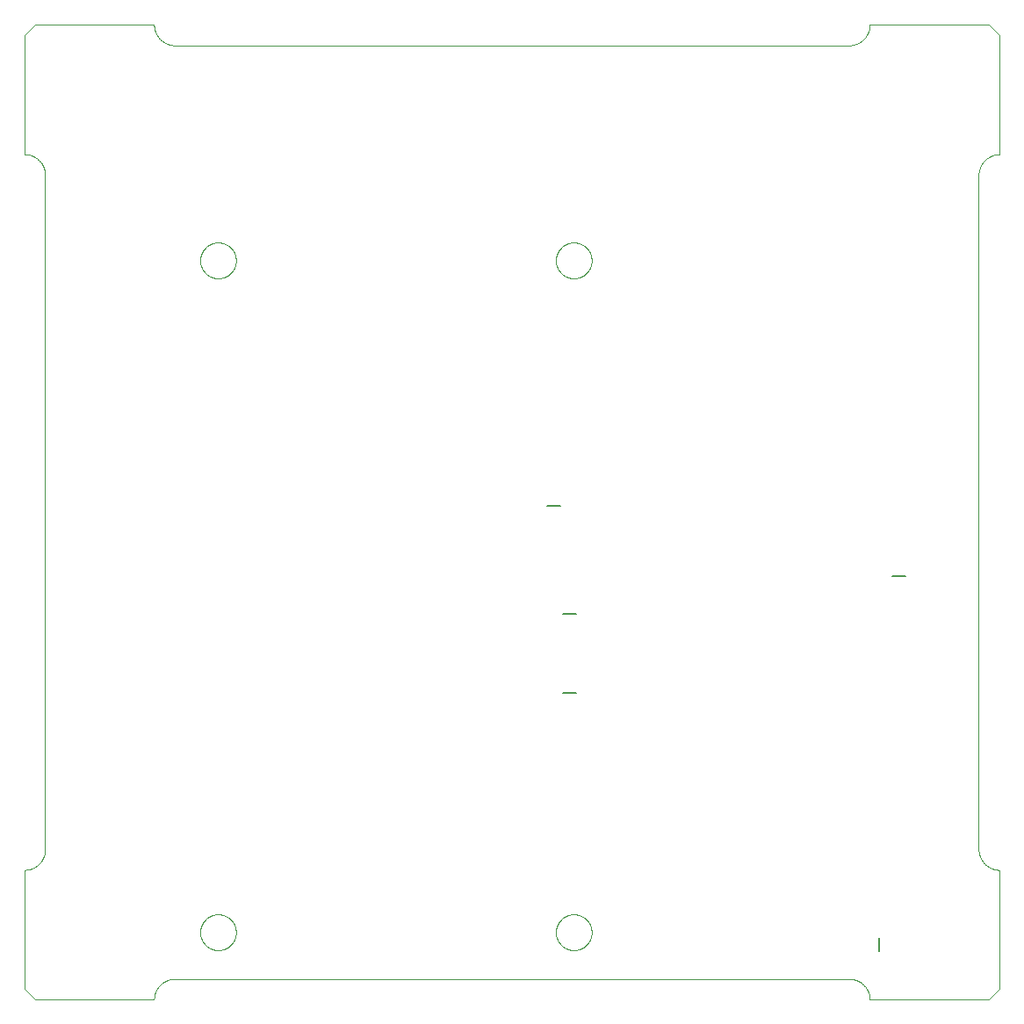
<source format=gbo>
G75*
%MOIN*%
%OFA0B0*%
%FSLAX25Y25*%
%IPPOS*%
%LPD*%
%AMOC8*
5,1,8,0,0,1.08239X$1,22.5*
%
%ADD10C,0.00000*%
%ADD11R,0.00394X0.00394*%
%ADD12R,0.07874X0.00394*%
%ADD13R,0.14173X0.00394*%
%ADD14R,0.18504X0.00394*%
%ADD15R,0.11417X0.00394*%
%ADD16R,0.09449X0.00394*%
%ADD17R,0.16142X0.00394*%
%ADD18R,0.27165X0.00394*%
%ADD19R,0.07480X0.00394*%
%ADD20R,0.14961X0.00394*%
%ADD21R,0.05906X0.00394*%
%ADD22R,0.31102X0.00394*%
%ADD23R,0.13780X0.00394*%
%ADD24R,0.11024X0.00394*%
%ADD25R,0.00787X0.00394*%
%ADD26R,0.08661X0.00394*%
%ADD27R,0.09843X0.00394*%
%ADD28R,0.09055X0.00394*%
%ADD29R,0.08268X0.00394*%
%ADD30R,0.07087X0.00394*%
%ADD31R,0.06693X0.00394*%
%ADD32R,0.06299X0.00394*%
%ADD33R,0.03150X0.00394*%
%ADD34R,0.02756X0.00394*%
%ADD35R,0.05512X0.00394*%
%ADD36R,0.05118X0.00394*%
%ADD37R,0.03937X0.00394*%
%ADD38R,0.02362X0.00394*%
%ADD39R,0.04724X0.00394*%
%ADD40R,0.01181X0.00394*%
%ADD41R,0.04331X0.00394*%
%ADD42R,0.03543X0.00394*%
%ADD43R,0.10630X0.00394*%
%ADD44R,0.12205X0.00394*%
%ADD45R,0.01969X0.00394*%
%ADD46R,0.13386X0.00394*%
%ADD47R,0.12598X0.00394*%
%ADD48R,0.10236X0.00394*%
%ADD49R,0.01575X0.00394*%
%ADD50R,0.15354X0.00394*%
%ADD51R,0.15748X0.00394*%
%ADD52R,0.14567X0.00394*%
%ADD53R,0.17717X0.00394*%
%ADD54R,0.11811X0.00394*%
%ADD55R,0.19685X0.00394*%
%ADD56R,0.17323X0.00394*%
%ADD57R,0.19291X0.00394*%
%ADD58R,0.26378X0.00394*%
%ADD59R,0.30315X0.00394*%
%ADD60R,0.29134X0.00394*%
%ADD61R,0.24803X0.00394*%
%ADD62R,0.21260X0.00394*%
%ADD63C,0.00800*%
D10*
X0087864Y0091801D02*
X0091801Y0087864D01*
X0137077Y0087864D01*
X0137079Y0088054D01*
X0137086Y0088244D01*
X0137098Y0088434D01*
X0137114Y0088624D01*
X0137134Y0088813D01*
X0137160Y0089002D01*
X0137189Y0089190D01*
X0137224Y0089377D01*
X0137263Y0089563D01*
X0137306Y0089748D01*
X0137354Y0089933D01*
X0137406Y0090116D01*
X0137462Y0090297D01*
X0137523Y0090477D01*
X0137589Y0090656D01*
X0137658Y0090833D01*
X0137732Y0091009D01*
X0137810Y0091182D01*
X0137893Y0091354D01*
X0137979Y0091523D01*
X0138069Y0091691D01*
X0138164Y0091856D01*
X0138262Y0092019D01*
X0138365Y0092179D01*
X0138471Y0092337D01*
X0138581Y0092492D01*
X0138694Y0092645D01*
X0138812Y0092795D01*
X0138933Y0092941D01*
X0139057Y0093085D01*
X0139185Y0093226D01*
X0139316Y0093364D01*
X0139451Y0093499D01*
X0139589Y0093630D01*
X0139730Y0093758D01*
X0139874Y0093882D01*
X0140020Y0094003D01*
X0140170Y0094121D01*
X0140323Y0094234D01*
X0140478Y0094344D01*
X0140636Y0094450D01*
X0140796Y0094553D01*
X0140959Y0094651D01*
X0141124Y0094746D01*
X0141292Y0094836D01*
X0141461Y0094922D01*
X0141633Y0095005D01*
X0141806Y0095083D01*
X0141982Y0095157D01*
X0142159Y0095226D01*
X0142338Y0095292D01*
X0142518Y0095353D01*
X0142699Y0095409D01*
X0142882Y0095461D01*
X0143067Y0095509D01*
X0143252Y0095552D01*
X0143438Y0095591D01*
X0143625Y0095626D01*
X0143813Y0095655D01*
X0144002Y0095681D01*
X0144191Y0095701D01*
X0144381Y0095717D01*
X0144571Y0095729D01*
X0144761Y0095736D01*
X0144951Y0095738D01*
X0400856Y0095738D01*
X0401046Y0095736D01*
X0401236Y0095729D01*
X0401426Y0095717D01*
X0401616Y0095701D01*
X0401805Y0095681D01*
X0401994Y0095655D01*
X0402182Y0095626D01*
X0402369Y0095591D01*
X0402555Y0095552D01*
X0402740Y0095509D01*
X0402925Y0095461D01*
X0403108Y0095409D01*
X0403289Y0095353D01*
X0403469Y0095292D01*
X0403648Y0095226D01*
X0403825Y0095157D01*
X0404001Y0095083D01*
X0404174Y0095005D01*
X0404346Y0094922D01*
X0404515Y0094836D01*
X0404683Y0094746D01*
X0404848Y0094651D01*
X0405011Y0094553D01*
X0405171Y0094450D01*
X0405329Y0094344D01*
X0405484Y0094234D01*
X0405637Y0094121D01*
X0405787Y0094003D01*
X0405933Y0093882D01*
X0406077Y0093758D01*
X0406218Y0093630D01*
X0406356Y0093499D01*
X0406491Y0093364D01*
X0406622Y0093226D01*
X0406750Y0093085D01*
X0406874Y0092941D01*
X0406995Y0092795D01*
X0407113Y0092645D01*
X0407226Y0092492D01*
X0407336Y0092337D01*
X0407442Y0092179D01*
X0407545Y0092019D01*
X0407643Y0091856D01*
X0407738Y0091691D01*
X0407828Y0091523D01*
X0407914Y0091354D01*
X0407997Y0091182D01*
X0408075Y0091009D01*
X0408149Y0090833D01*
X0408218Y0090656D01*
X0408284Y0090477D01*
X0408345Y0090297D01*
X0408401Y0090116D01*
X0408453Y0089933D01*
X0408501Y0089748D01*
X0408544Y0089563D01*
X0408583Y0089377D01*
X0408618Y0089190D01*
X0408647Y0089002D01*
X0408673Y0088813D01*
X0408693Y0088624D01*
X0408709Y0088434D01*
X0408721Y0088244D01*
X0408728Y0088054D01*
X0408730Y0087864D01*
X0454006Y0087864D01*
X0457943Y0091801D01*
X0457943Y0137077D01*
X0457753Y0137079D01*
X0457563Y0137086D01*
X0457373Y0137098D01*
X0457183Y0137114D01*
X0456994Y0137134D01*
X0456805Y0137160D01*
X0456617Y0137189D01*
X0456430Y0137224D01*
X0456244Y0137263D01*
X0456059Y0137306D01*
X0455874Y0137354D01*
X0455691Y0137406D01*
X0455510Y0137462D01*
X0455330Y0137523D01*
X0455151Y0137589D01*
X0454974Y0137658D01*
X0454798Y0137732D01*
X0454625Y0137810D01*
X0454453Y0137893D01*
X0454284Y0137979D01*
X0454116Y0138069D01*
X0453951Y0138164D01*
X0453788Y0138262D01*
X0453628Y0138365D01*
X0453470Y0138471D01*
X0453315Y0138581D01*
X0453162Y0138694D01*
X0453012Y0138812D01*
X0452866Y0138933D01*
X0452722Y0139057D01*
X0452581Y0139185D01*
X0452443Y0139316D01*
X0452308Y0139451D01*
X0452177Y0139589D01*
X0452049Y0139730D01*
X0451925Y0139874D01*
X0451804Y0140020D01*
X0451686Y0140170D01*
X0451573Y0140323D01*
X0451463Y0140478D01*
X0451357Y0140636D01*
X0451254Y0140796D01*
X0451156Y0140959D01*
X0451061Y0141124D01*
X0450971Y0141292D01*
X0450885Y0141461D01*
X0450802Y0141633D01*
X0450724Y0141806D01*
X0450650Y0141982D01*
X0450581Y0142159D01*
X0450515Y0142338D01*
X0450454Y0142518D01*
X0450398Y0142699D01*
X0450346Y0142882D01*
X0450298Y0143067D01*
X0450255Y0143252D01*
X0450216Y0143438D01*
X0450181Y0143625D01*
X0450152Y0143813D01*
X0450126Y0144002D01*
X0450106Y0144191D01*
X0450090Y0144381D01*
X0450078Y0144571D01*
X0450071Y0144761D01*
X0450069Y0144951D01*
X0450069Y0400856D01*
X0450071Y0401046D01*
X0450078Y0401236D01*
X0450090Y0401426D01*
X0450106Y0401616D01*
X0450126Y0401805D01*
X0450152Y0401994D01*
X0450181Y0402182D01*
X0450216Y0402369D01*
X0450255Y0402555D01*
X0450298Y0402740D01*
X0450346Y0402925D01*
X0450398Y0403108D01*
X0450454Y0403289D01*
X0450515Y0403469D01*
X0450581Y0403648D01*
X0450650Y0403825D01*
X0450724Y0404001D01*
X0450802Y0404174D01*
X0450885Y0404346D01*
X0450971Y0404515D01*
X0451061Y0404683D01*
X0451156Y0404848D01*
X0451254Y0405011D01*
X0451357Y0405171D01*
X0451463Y0405329D01*
X0451573Y0405484D01*
X0451686Y0405637D01*
X0451804Y0405787D01*
X0451925Y0405933D01*
X0452049Y0406077D01*
X0452177Y0406218D01*
X0452308Y0406356D01*
X0452443Y0406491D01*
X0452581Y0406622D01*
X0452722Y0406750D01*
X0452866Y0406874D01*
X0453012Y0406995D01*
X0453162Y0407113D01*
X0453315Y0407226D01*
X0453470Y0407336D01*
X0453628Y0407442D01*
X0453788Y0407545D01*
X0453951Y0407643D01*
X0454116Y0407738D01*
X0454284Y0407828D01*
X0454453Y0407914D01*
X0454625Y0407997D01*
X0454798Y0408075D01*
X0454974Y0408149D01*
X0455151Y0408218D01*
X0455330Y0408284D01*
X0455510Y0408345D01*
X0455691Y0408401D01*
X0455874Y0408453D01*
X0456059Y0408501D01*
X0456244Y0408544D01*
X0456430Y0408583D01*
X0456617Y0408618D01*
X0456805Y0408647D01*
X0456994Y0408673D01*
X0457183Y0408693D01*
X0457373Y0408709D01*
X0457563Y0408721D01*
X0457753Y0408728D01*
X0457943Y0408730D01*
X0457943Y0454006D01*
X0454006Y0457943D01*
X0408730Y0457943D01*
X0408728Y0457753D01*
X0408721Y0457563D01*
X0408709Y0457373D01*
X0408693Y0457183D01*
X0408673Y0456994D01*
X0408647Y0456805D01*
X0408618Y0456617D01*
X0408583Y0456430D01*
X0408544Y0456244D01*
X0408501Y0456059D01*
X0408453Y0455874D01*
X0408401Y0455691D01*
X0408345Y0455510D01*
X0408284Y0455330D01*
X0408218Y0455151D01*
X0408149Y0454974D01*
X0408075Y0454798D01*
X0407997Y0454625D01*
X0407914Y0454453D01*
X0407828Y0454284D01*
X0407738Y0454116D01*
X0407643Y0453951D01*
X0407545Y0453788D01*
X0407442Y0453628D01*
X0407336Y0453470D01*
X0407226Y0453315D01*
X0407113Y0453162D01*
X0406995Y0453012D01*
X0406874Y0452866D01*
X0406750Y0452722D01*
X0406622Y0452581D01*
X0406491Y0452443D01*
X0406356Y0452308D01*
X0406218Y0452177D01*
X0406077Y0452049D01*
X0405933Y0451925D01*
X0405787Y0451804D01*
X0405637Y0451686D01*
X0405484Y0451573D01*
X0405329Y0451463D01*
X0405171Y0451357D01*
X0405011Y0451254D01*
X0404848Y0451156D01*
X0404683Y0451061D01*
X0404515Y0450971D01*
X0404346Y0450885D01*
X0404174Y0450802D01*
X0404001Y0450724D01*
X0403825Y0450650D01*
X0403648Y0450581D01*
X0403469Y0450515D01*
X0403289Y0450454D01*
X0403108Y0450398D01*
X0402925Y0450346D01*
X0402740Y0450298D01*
X0402555Y0450255D01*
X0402369Y0450216D01*
X0402182Y0450181D01*
X0401994Y0450152D01*
X0401805Y0450126D01*
X0401616Y0450106D01*
X0401426Y0450090D01*
X0401236Y0450078D01*
X0401046Y0450071D01*
X0400856Y0450069D01*
X0144951Y0450069D01*
X0144761Y0450071D01*
X0144571Y0450078D01*
X0144381Y0450090D01*
X0144191Y0450106D01*
X0144002Y0450126D01*
X0143813Y0450152D01*
X0143625Y0450181D01*
X0143438Y0450216D01*
X0143252Y0450255D01*
X0143067Y0450298D01*
X0142882Y0450346D01*
X0142699Y0450398D01*
X0142518Y0450454D01*
X0142338Y0450515D01*
X0142159Y0450581D01*
X0141982Y0450650D01*
X0141806Y0450724D01*
X0141633Y0450802D01*
X0141461Y0450885D01*
X0141292Y0450971D01*
X0141124Y0451061D01*
X0140959Y0451156D01*
X0140796Y0451254D01*
X0140636Y0451357D01*
X0140478Y0451463D01*
X0140323Y0451573D01*
X0140170Y0451686D01*
X0140020Y0451804D01*
X0139874Y0451925D01*
X0139730Y0452049D01*
X0139589Y0452177D01*
X0139451Y0452308D01*
X0139316Y0452443D01*
X0139185Y0452581D01*
X0139057Y0452722D01*
X0138933Y0452866D01*
X0138812Y0453012D01*
X0138694Y0453162D01*
X0138581Y0453315D01*
X0138471Y0453470D01*
X0138365Y0453628D01*
X0138262Y0453788D01*
X0138164Y0453951D01*
X0138069Y0454116D01*
X0137979Y0454284D01*
X0137893Y0454453D01*
X0137810Y0454625D01*
X0137732Y0454798D01*
X0137658Y0454974D01*
X0137589Y0455151D01*
X0137523Y0455330D01*
X0137462Y0455510D01*
X0137406Y0455691D01*
X0137354Y0455874D01*
X0137306Y0456059D01*
X0137263Y0456244D01*
X0137224Y0456430D01*
X0137189Y0456617D01*
X0137160Y0456805D01*
X0137134Y0456994D01*
X0137114Y0457183D01*
X0137098Y0457373D01*
X0137086Y0457563D01*
X0137079Y0457753D01*
X0137077Y0457943D01*
X0091801Y0457943D01*
X0087864Y0454006D01*
X0087864Y0408730D01*
X0088054Y0408728D01*
X0088244Y0408721D01*
X0088434Y0408709D01*
X0088624Y0408693D01*
X0088813Y0408673D01*
X0089002Y0408647D01*
X0089190Y0408618D01*
X0089377Y0408583D01*
X0089563Y0408544D01*
X0089748Y0408501D01*
X0089933Y0408453D01*
X0090116Y0408401D01*
X0090297Y0408345D01*
X0090477Y0408284D01*
X0090656Y0408218D01*
X0090833Y0408149D01*
X0091009Y0408075D01*
X0091182Y0407997D01*
X0091354Y0407914D01*
X0091523Y0407828D01*
X0091691Y0407738D01*
X0091856Y0407643D01*
X0092019Y0407545D01*
X0092179Y0407442D01*
X0092337Y0407336D01*
X0092492Y0407226D01*
X0092645Y0407113D01*
X0092795Y0406995D01*
X0092941Y0406874D01*
X0093085Y0406750D01*
X0093226Y0406622D01*
X0093364Y0406491D01*
X0093499Y0406356D01*
X0093630Y0406218D01*
X0093758Y0406077D01*
X0093882Y0405933D01*
X0094003Y0405787D01*
X0094121Y0405637D01*
X0094234Y0405484D01*
X0094344Y0405329D01*
X0094450Y0405171D01*
X0094553Y0405011D01*
X0094651Y0404848D01*
X0094746Y0404683D01*
X0094836Y0404515D01*
X0094922Y0404346D01*
X0095005Y0404174D01*
X0095083Y0404001D01*
X0095157Y0403825D01*
X0095226Y0403648D01*
X0095292Y0403469D01*
X0095353Y0403289D01*
X0095409Y0403108D01*
X0095461Y0402925D01*
X0095509Y0402740D01*
X0095552Y0402555D01*
X0095591Y0402369D01*
X0095626Y0402182D01*
X0095655Y0401994D01*
X0095681Y0401805D01*
X0095701Y0401616D01*
X0095717Y0401426D01*
X0095729Y0401236D01*
X0095736Y0401046D01*
X0095738Y0400856D01*
X0095738Y0144951D01*
X0095736Y0144761D01*
X0095729Y0144571D01*
X0095717Y0144381D01*
X0095701Y0144191D01*
X0095681Y0144002D01*
X0095655Y0143813D01*
X0095626Y0143625D01*
X0095591Y0143438D01*
X0095552Y0143252D01*
X0095509Y0143067D01*
X0095461Y0142882D01*
X0095409Y0142699D01*
X0095353Y0142518D01*
X0095292Y0142338D01*
X0095226Y0142159D01*
X0095157Y0141982D01*
X0095083Y0141806D01*
X0095005Y0141633D01*
X0094922Y0141461D01*
X0094836Y0141292D01*
X0094746Y0141124D01*
X0094651Y0140959D01*
X0094553Y0140796D01*
X0094450Y0140636D01*
X0094344Y0140478D01*
X0094234Y0140323D01*
X0094121Y0140170D01*
X0094003Y0140020D01*
X0093882Y0139874D01*
X0093758Y0139730D01*
X0093630Y0139589D01*
X0093499Y0139451D01*
X0093364Y0139316D01*
X0093226Y0139185D01*
X0093085Y0139057D01*
X0092941Y0138933D01*
X0092795Y0138812D01*
X0092645Y0138694D01*
X0092492Y0138581D01*
X0092337Y0138471D01*
X0092179Y0138365D01*
X0092019Y0138262D01*
X0091856Y0138164D01*
X0091691Y0138069D01*
X0091523Y0137979D01*
X0091354Y0137893D01*
X0091182Y0137810D01*
X0091009Y0137732D01*
X0090833Y0137658D01*
X0090656Y0137589D01*
X0090477Y0137523D01*
X0090297Y0137462D01*
X0090116Y0137406D01*
X0089933Y0137354D01*
X0089748Y0137306D01*
X0089563Y0137263D01*
X0089377Y0137224D01*
X0089190Y0137189D01*
X0089002Y0137160D01*
X0088813Y0137134D01*
X0088624Y0137114D01*
X0088434Y0137098D01*
X0088244Y0137086D01*
X0088054Y0137079D01*
X0087864Y0137077D01*
X0087864Y0091801D01*
X0154593Y0113423D02*
X0154595Y0113590D01*
X0154601Y0113756D01*
X0154611Y0113923D01*
X0154626Y0114089D01*
X0154644Y0114254D01*
X0154667Y0114419D01*
X0154693Y0114584D01*
X0154723Y0114748D01*
X0154758Y0114911D01*
X0154797Y0115073D01*
X0154839Y0115234D01*
X0154885Y0115394D01*
X0154936Y0115553D01*
X0154990Y0115711D01*
X0155048Y0115867D01*
X0155110Y0116022D01*
X0155176Y0116175D01*
X0155245Y0116327D01*
X0155318Y0116476D01*
X0155395Y0116624D01*
X0155475Y0116770D01*
X0155559Y0116914D01*
X0155647Y0117056D01*
X0155737Y0117196D01*
X0155832Y0117333D01*
X0155929Y0117468D01*
X0156030Y0117601D01*
X0156134Y0117731D01*
X0156242Y0117859D01*
X0156352Y0117984D01*
X0156466Y0118106D01*
X0156582Y0118225D01*
X0156701Y0118341D01*
X0156823Y0118455D01*
X0156948Y0118565D01*
X0157076Y0118673D01*
X0157206Y0118777D01*
X0157339Y0118878D01*
X0157474Y0118975D01*
X0157611Y0119070D01*
X0157751Y0119160D01*
X0157893Y0119248D01*
X0158037Y0119332D01*
X0158183Y0119412D01*
X0158331Y0119489D01*
X0158480Y0119562D01*
X0158632Y0119631D01*
X0158785Y0119697D01*
X0158940Y0119759D01*
X0159096Y0119817D01*
X0159254Y0119871D01*
X0159413Y0119922D01*
X0159573Y0119968D01*
X0159734Y0120010D01*
X0159896Y0120049D01*
X0160059Y0120084D01*
X0160223Y0120114D01*
X0160388Y0120140D01*
X0160553Y0120163D01*
X0160718Y0120181D01*
X0160884Y0120196D01*
X0161051Y0120206D01*
X0161217Y0120212D01*
X0161384Y0120214D01*
X0161551Y0120212D01*
X0161717Y0120206D01*
X0161884Y0120196D01*
X0162050Y0120181D01*
X0162215Y0120163D01*
X0162380Y0120140D01*
X0162545Y0120114D01*
X0162709Y0120084D01*
X0162872Y0120049D01*
X0163034Y0120010D01*
X0163195Y0119968D01*
X0163355Y0119922D01*
X0163514Y0119871D01*
X0163672Y0119817D01*
X0163828Y0119759D01*
X0163983Y0119697D01*
X0164136Y0119631D01*
X0164288Y0119562D01*
X0164437Y0119489D01*
X0164585Y0119412D01*
X0164731Y0119332D01*
X0164875Y0119248D01*
X0165017Y0119160D01*
X0165157Y0119070D01*
X0165294Y0118975D01*
X0165429Y0118878D01*
X0165562Y0118777D01*
X0165692Y0118673D01*
X0165820Y0118565D01*
X0165945Y0118455D01*
X0166067Y0118341D01*
X0166186Y0118225D01*
X0166302Y0118106D01*
X0166416Y0117984D01*
X0166526Y0117859D01*
X0166634Y0117731D01*
X0166738Y0117601D01*
X0166839Y0117468D01*
X0166936Y0117333D01*
X0167031Y0117196D01*
X0167121Y0117056D01*
X0167209Y0116914D01*
X0167293Y0116770D01*
X0167373Y0116624D01*
X0167450Y0116476D01*
X0167523Y0116327D01*
X0167592Y0116175D01*
X0167658Y0116022D01*
X0167720Y0115867D01*
X0167778Y0115711D01*
X0167832Y0115553D01*
X0167883Y0115394D01*
X0167929Y0115234D01*
X0167971Y0115073D01*
X0168010Y0114911D01*
X0168045Y0114748D01*
X0168075Y0114584D01*
X0168101Y0114419D01*
X0168124Y0114254D01*
X0168142Y0114089D01*
X0168157Y0113923D01*
X0168167Y0113756D01*
X0168173Y0113590D01*
X0168175Y0113423D01*
X0168173Y0113256D01*
X0168167Y0113090D01*
X0168157Y0112923D01*
X0168142Y0112757D01*
X0168124Y0112592D01*
X0168101Y0112427D01*
X0168075Y0112262D01*
X0168045Y0112098D01*
X0168010Y0111935D01*
X0167971Y0111773D01*
X0167929Y0111612D01*
X0167883Y0111452D01*
X0167832Y0111293D01*
X0167778Y0111135D01*
X0167720Y0110979D01*
X0167658Y0110824D01*
X0167592Y0110671D01*
X0167523Y0110519D01*
X0167450Y0110370D01*
X0167373Y0110222D01*
X0167293Y0110076D01*
X0167209Y0109932D01*
X0167121Y0109790D01*
X0167031Y0109650D01*
X0166936Y0109513D01*
X0166839Y0109378D01*
X0166738Y0109245D01*
X0166634Y0109115D01*
X0166526Y0108987D01*
X0166416Y0108862D01*
X0166302Y0108740D01*
X0166186Y0108621D01*
X0166067Y0108505D01*
X0165945Y0108391D01*
X0165820Y0108281D01*
X0165692Y0108173D01*
X0165562Y0108069D01*
X0165429Y0107968D01*
X0165294Y0107871D01*
X0165157Y0107776D01*
X0165017Y0107686D01*
X0164875Y0107598D01*
X0164731Y0107514D01*
X0164585Y0107434D01*
X0164437Y0107357D01*
X0164288Y0107284D01*
X0164136Y0107215D01*
X0163983Y0107149D01*
X0163828Y0107087D01*
X0163672Y0107029D01*
X0163514Y0106975D01*
X0163355Y0106924D01*
X0163195Y0106878D01*
X0163034Y0106836D01*
X0162872Y0106797D01*
X0162709Y0106762D01*
X0162545Y0106732D01*
X0162380Y0106706D01*
X0162215Y0106683D01*
X0162050Y0106665D01*
X0161884Y0106650D01*
X0161717Y0106640D01*
X0161551Y0106634D01*
X0161384Y0106632D01*
X0161217Y0106634D01*
X0161051Y0106640D01*
X0160884Y0106650D01*
X0160718Y0106665D01*
X0160553Y0106683D01*
X0160388Y0106706D01*
X0160223Y0106732D01*
X0160059Y0106762D01*
X0159896Y0106797D01*
X0159734Y0106836D01*
X0159573Y0106878D01*
X0159413Y0106924D01*
X0159254Y0106975D01*
X0159096Y0107029D01*
X0158940Y0107087D01*
X0158785Y0107149D01*
X0158632Y0107215D01*
X0158480Y0107284D01*
X0158331Y0107357D01*
X0158183Y0107434D01*
X0158037Y0107514D01*
X0157893Y0107598D01*
X0157751Y0107686D01*
X0157611Y0107776D01*
X0157474Y0107871D01*
X0157339Y0107968D01*
X0157206Y0108069D01*
X0157076Y0108173D01*
X0156948Y0108281D01*
X0156823Y0108391D01*
X0156701Y0108505D01*
X0156582Y0108621D01*
X0156466Y0108740D01*
X0156352Y0108862D01*
X0156242Y0108987D01*
X0156134Y0109115D01*
X0156030Y0109245D01*
X0155929Y0109378D01*
X0155832Y0109513D01*
X0155737Y0109650D01*
X0155647Y0109790D01*
X0155559Y0109932D01*
X0155475Y0110076D01*
X0155395Y0110222D01*
X0155318Y0110370D01*
X0155245Y0110519D01*
X0155176Y0110671D01*
X0155110Y0110824D01*
X0155048Y0110979D01*
X0154990Y0111135D01*
X0154936Y0111293D01*
X0154885Y0111452D01*
X0154839Y0111612D01*
X0154797Y0111773D01*
X0154758Y0111935D01*
X0154723Y0112098D01*
X0154693Y0112262D01*
X0154667Y0112427D01*
X0154644Y0112592D01*
X0154626Y0112757D01*
X0154611Y0112923D01*
X0154601Y0113090D01*
X0154595Y0113256D01*
X0154593Y0113423D01*
X0289593Y0113423D02*
X0289595Y0113590D01*
X0289601Y0113756D01*
X0289611Y0113923D01*
X0289626Y0114089D01*
X0289644Y0114254D01*
X0289667Y0114419D01*
X0289693Y0114584D01*
X0289723Y0114748D01*
X0289758Y0114911D01*
X0289797Y0115073D01*
X0289839Y0115234D01*
X0289885Y0115394D01*
X0289936Y0115553D01*
X0289990Y0115711D01*
X0290048Y0115867D01*
X0290110Y0116022D01*
X0290176Y0116175D01*
X0290245Y0116327D01*
X0290318Y0116476D01*
X0290395Y0116624D01*
X0290475Y0116770D01*
X0290559Y0116914D01*
X0290647Y0117056D01*
X0290737Y0117196D01*
X0290832Y0117333D01*
X0290929Y0117468D01*
X0291030Y0117601D01*
X0291134Y0117731D01*
X0291242Y0117859D01*
X0291352Y0117984D01*
X0291466Y0118106D01*
X0291582Y0118225D01*
X0291701Y0118341D01*
X0291823Y0118455D01*
X0291948Y0118565D01*
X0292076Y0118673D01*
X0292206Y0118777D01*
X0292339Y0118878D01*
X0292474Y0118975D01*
X0292611Y0119070D01*
X0292751Y0119160D01*
X0292893Y0119248D01*
X0293037Y0119332D01*
X0293183Y0119412D01*
X0293331Y0119489D01*
X0293480Y0119562D01*
X0293632Y0119631D01*
X0293785Y0119697D01*
X0293940Y0119759D01*
X0294096Y0119817D01*
X0294254Y0119871D01*
X0294413Y0119922D01*
X0294573Y0119968D01*
X0294734Y0120010D01*
X0294896Y0120049D01*
X0295059Y0120084D01*
X0295223Y0120114D01*
X0295388Y0120140D01*
X0295553Y0120163D01*
X0295718Y0120181D01*
X0295884Y0120196D01*
X0296051Y0120206D01*
X0296217Y0120212D01*
X0296384Y0120214D01*
X0296551Y0120212D01*
X0296717Y0120206D01*
X0296884Y0120196D01*
X0297050Y0120181D01*
X0297215Y0120163D01*
X0297380Y0120140D01*
X0297545Y0120114D01*
X0297709Y0120084D01*
X0297872Y0120049D01*
X0298034Y0120010D01*
X0298195Y0119968D01*
X0298355Y0119922D01*
X0298514Y0119871D01*
X0298672Y0119817D01*
X0298828Y0119759D01*
X0298983Y0119697D01*
X0299136Y0119631D01*
X0299288Y0119562D01*
X0299437Y0119489D01*
X0299585Y0119412D01*
X0299731Y0119332D01*
X0299875Y0119248D01*
X0300017Y0119160D01*
X0300157Y0119070D01*
X0300294Y0118975D01*
X0300429Y0118878D01*
X0300562Y0118777D01*
X0300692Y0118673D01*
X0300820Y0118565D01*
X0300945Y0118455D01*
X0301067Y0118341D01*
X0301186Y0118225D01*
X0301302Y0118106D01*
X0301416Y0117984D01*
X0301526Y0117859D01*
X0301634Y0117731D01*
X0301738Y0117601D01*
X0301839Y0117468D01*
X0301936Y0117333D01*
X0302031Y0117196D01*
X0302121Y0117056D01*
X0302209Y0116914D01*
X0302293Y0116770D01*
X0302373Y0116624D01*
X0302450Y0116476D01*
X0302523Y0116327D01*
X0302592Y0116175D01*
X0302658Y0116022D01*
X0302720Y0115867D01*
X0302778Y0115711D01*
X0302832Y0115553D01*
X0302883Y0115394D01*
X0302929Y0115234D01*
X0302971Y0115073D01*
X0303010Y0114911D01*
X0303045Y0114748D01*
X0303075Y0114584D01*
X0303101Y0114419D01*
X0303124Y0114254D01*
X0303142Y0114089D01*
X0303157Y0113923D01*
X0303167Y0113756D01*
X0303173Y0113590D01*
X0303175Y0113423D01*
X0303173Y0113256D01*
X0303167Y0113090D01*
X0303157Y0112923D01*
X0303142Y0112757D01*
X0303124Y0112592D01*
X0303101Y0112427D01*
X0303075Y0112262D01*
X0303045Y0112098D01*
X0303010Y0111935D01*
X0302971Y0111773D01*
X0302929Y0111612D01*
X0302883Y0111452D01*
X0302832Y0111293D01*
X0302778Y0111135D01*
X0302720Y0110979D01*
X0302658Y0110824D01*
X0302592Y0110671D01*
X0302523Y0110519D01*
X0302450Y0110370D01*
X0302373Y0110222D01*
X0302293Y0110076D01*
X0302209Y0109932D01*
X0302121Y0109790D01*
X0302031Y0109650D01*
X0301936Y0109513D01*
X0301839Y0109378D01*
X0301738Y0109245D01*
X0301634Y0109115D01*
X0301526Y0108987D01*
X0301416Y0108862D01*
X0301302Y0108740D01*
X0301186Y0108621D01*
X0301067Y0108505D01*
X0300945Y0108391D01*
X0300820Y0108281D01*
X0300692Y0108173D01*
X0300562Y0108069D01*
X0300429Y0107968D01*
X0300294Y0107871D01*
X0300157Y0107776D01*
X0300017Y0107686D01*
X0299875Y0107598D01*
X0299731Y0107514D01*
X0299585Y0107434D01*
X0299437Y0107357D01*
X0299288Y0107284D01*
X0299136Y0107215D01*
X0298983Y0107149D01*
X0298828Y0107087D01*
X0298672Y0107029D01*
X0298514Y0106975D01*
X0298355Y0106924D01*
X0298195Y0106878D01*
X0298034Y0106836D01*
X0297872Y0106797D01*
X0297709Y0106762D01*
X0297545Y0106732D01*
X0297380Y0106706D01*
X0297215Y0106683D01*
X0297050Y0106665D01*
X0296884Y0106650D01*
X0296717Y0106640D01*
X0296551Y0106634D01*
X0296384Y0106632D01*
X0296217Y0106634D01*
X0296051Y0106640D01*
X0295884Y0106650D01*
X0295718Y0106665D01*
X0295553Y0106683D01*
X0295388Y0106706D01*
X0295223Y0106732D01*
X0295059Y0106762D01*
X0294896Y0106797D01*
X0294734Y0106836D01*
X0294573Y0106878D01*
X0294413Y0106924D01*
X0294254Y0106975D01*
X0294096Y0107029D01*
X0293940Y0107087D01*
X0293785Y0107149D01*
X0293632Y0107215D01*
X0293480Y0107284D01*
X0293331Y0107357D01*
X0293183Y0107434D01*
X0293037Y0107514D01*
X0292893Y0107598D01*
X0292751Y0107686D01*
X0292611Y0107776D01*
X0292474Y0107871D01*
X0292339Y0107968D01*
X0292206Y0108069D01*
X0292076Y0108173D01*
X0291948Y0108281D01*
X0291823Y0108391D01*
X0291701Y0108505D01*
X0291582Y0108621D01*
X0291466Y0108740D01*
X0291352Y0108862D01*
X0291242Y0108987D01*
X0291134Y0109115D01*
X0291030Y0109245D01*
X0290929Y0109378D01*
X0290832Y0109513D01*
X0290737Y0109650D01*
X0290647Y0109790D01*
X0290559Y0109932D01*
X0290475Y0110076D01*
X0290395Y0110222D01*
X0290318Y0110370D01*
X0290245Y0110519D01*
X0290176Y0110671D01*
X0290110Y0110824D01*
X0290048Y0110979D01*
X0289990Y0111135D01*
X0289936Y0111293D01*
X0289885Y0111452D01*
X0289839Y0111612D01*
X0289797Y0111773D01*
X0289758Y0111935D01*
X0289723Y0112098D01*
X0289693Y0112262D01*
X0289667Y0112427D01*
X0289644Y0112592D01*
X0289626Y0112757D01*
X0289611Y0112923D01*
X0289601Y0113090D01*
X0289595Y0113256D01*
X0289593Y0113423D01*
X0289593Y0368423D02*
X0289595Y0368590D01*
X0289601Y0368756D01*
X0289611Y0368923D01*
X0289626Y0369089D01*
X0289644Y0369254D01*
X0289667Y0369419D01*
X0289693Y0369584D01*
X0289723Y0369748D01*
X0289758Y0369911D01*
X0289797Y0370073D01*
X0289839Y0370234D01*
X0289885Y0370394D01*
X0289936Y0370553D01*
X0289990Y0370711D01*
X0290048Y0370867D01*
X0290110Y0371022D01*
X0290176Y0371175D01*
X0290245Y0371327D01*
X0290318Y0371476D01*
X0290395Y0371624D01*
X0290475Y0371770D01*
X0290559Y0371914D01*
X0290647Y0372056D01*
X0290737Y0372196D01*
X0290832Y0372333D01*
X0290929Y0372468D01*
X0291030Y0372601D01*
X0291134Y0372731D01*
X0291242Y0372859D01*
X0291352Y0372984D01*
X0291466Y0373106D01*
X0291582Y0373225D01*
X0291701Y0373341D01*
X0291823Y0373455D01*
X0291948Y0373565D01*
X0292076Y0373673D01*
X0292206Y0373777D01*
X0292339Y0373878D01*
X0292474Y0373975D01*
X0292611Y0374070D01*
X0292751Y0374160D01*
X0292893Y0374248D01*
X0293037Y0374332D01*
X0293183Y0374412D01*
X0293331Y0374489D01*
X0293480Y0374562D01*
X0293632Y0374631D01*
X0293785Y0374697D01*
X0293940Y0374759D01*
X0294096Y0374817D01*
X0294254Y0374871D01*
X0294413Y0374922D01*
X0294573Y0374968D01*
X0294734Y0375010D01*
X0294896Y0375049D01*
X0295059Y0375084D01*
X0295223Y0375114D01*
X0295388Y0375140D01*
X0295553Y0375163D01*
X0295718Y0375181D01*
X0295884Y0375196D01*
X0296051Y0375206D01*
X0296217Y0375212D01*
X0296384Y0375214D01*
X0296551Y0375212D01*
X0296717Y0375206D01*
X0296884Y0375196D01*
X0297050Y0375181D01*
X0297215Y0375163D01*
X0297380Y0375140D01*
X0297545Y0375114D01*
X0297709Y0375084D01*
X0297872Y0375049D01*
X0298034Y0375010D01*
X0298195Y0374968D01*
X0298355Y0374922D01*
X0298514Y0374871D01*
X0298672Y0374817D01*
X0298828Y0374759D01*
X0298983Y0374697D01*
X0299136Y0374631D01*
X0299288Y0374562D01*
X0299437Y0374489D01*
X0299585Y0374412D01*
X0299731Y0374332D01*
X0299875Y0374248D01*
X0300017Y0374160D01*
X0300157Y0374070D01*
X0300294Y0373975D01*
X0300429Y0373878D01*
X0300562Y0373777D01*
X0300692Y0373673D01*
X0300820Y0373565D01*
X0300945Y0373455D01*
X0301067Y0373341D01*
X0301186Y0373225D01*
X0301302Y0373106D01*
X0301416Y0372984D01*
X0301526Y0372859D01*
X0301634Y0372731D01*
X0301738Y0372601D01*
X0301839Y0372468D01*
X0301936Y0372333D01*
X0302031Y0372196D01*
X0302121Y0372056D01*
X0302209Y0371914D01*
X0302293Y0371770D01*
X0302373Y0371624D01*
X0302450Y0371476D01*
X0302523Y0371327D01*
X0302592Y0371175D01*
X0302658Y0371022D01*
X0302720Y0370867D01*
X0302778Y0370711D01*
X0302832Y0370553D01*
X0302883Y0370394D01*
X0302929Y0370234D01*
X0302971Y0370073D01*
X0303010Y0369911D01*
X0303045Y0369748D01*
X0303075Y0369584D01*
X0303101Y0369419D01*
X0303124Y0369254D01*
X0303142Y0369089D01*
X0303157Y0368923D01*
X0303167Y0368756D01*
X0303173Y0368590D01*
X0303175Y0368423D01*
X0303173Y0368256D01*
X0303167Y0368090D01*
X0303157Y0367923D01*
X0303142Y0367757D01*
X0303124Y0367592D01*
X0303101Y0367427D01*
X0303075Y0367262D01*
X0303045Y0367098D01*
X0303010Y0366935D01*
X0302971Y0366773D01*
X0302929Y0366612D01*
X0302883Y0366452D01*
X0302832Y0366293D01*
X0302778Y0366135D01*
X0302720Y0365979D01*
X0302658Y0365824D01*
X0302592Y0365671D01*
X0302523Y0365519D01*
X0302450Y0365370D01*
X0302373Y0365222D01*
X0302293Y0365076D01*
X0302209Y0364932D01*
X0302121Y0364790D01*
X0302031Y0364650D01*
X0301936Y0364513D01*
X0301839Y0364378D01*
X0301738Y0364245D01*
X0301634Y0364115D01*
X0301526Y0363987D01*
X0301416Y0363862D01*
X0301302Y0363740D01*
X0301186Y0363621D01*
X0301067Y0363505D01*
X0300945Y0363391D01*
X0300820Y0363281D01*
X0300692Y0363173D01*
X0300562Y0363069D01*
X0300429Y0362968D01*
X0300294Y0362871D01*
X0300157Y0362776D01*
X0300017Y0362686D01*
X0299875Y0362598D01*
X0299731Y0362514D01*
X0299585Y0362434D01*
X0299437Y0362357D01*
X0299288Y0362284D01*
X0299136Y0362215D01*
X0298983Y0362149D01*
X0298828Y0362087D01*
X0298672Y0362029D01*
X0298514Y0361975D01*
X0298355Y0361924D01*
X0298195Y0361878D01*
X0298034Y0361836D01*
X0297872Y0361797D01*
X0297709Y0361762D01*
X0297545Y0361732D01*
X0297380Y0361706D01*
X0297215Y0361683D01*
X0297050Y0361665D01*
X0296884Y0361650D01*
X0296717Y0361640D01*
X0296551Y0361634D01*
X0296384Y0361632D01*
X0296217Y0361634D01*
X0296051Y0361640D01*
X0295884Y0361650D01*
X0295718Y0361665D01*
X0295553Y0361683D01*
X0295388Y0361706D01*
X0295223Y0361732D01*
X0295059Y0361762D01*
X0294896Y0361797D01*
X0294734Y0361836D01*
X0294573Y0361878D01*
X0294413Y0361924D01*
X0294254Y0361975D01*
X0294096Y0362029D01*
X0293940Y0362087D01*
X0293785Y0362149D01*
X0293632Y0362215D01*
X0293480Y0362284D01*
X0293331Y0362357D01*
X0293183Y0362434D01*
X0293037Y0362514D01*
X0292893Y0362598D01*
X0292751Y0362686D01*
X0292611Y0362776D01*
X0292474Y0362871D01*
X0292339Y0362968D01*
X0292206Y0363069D01*
X0292076Y0363173D01*
X0291948Y0363281D01*
X0291823Y0363391D01*
X0291701Y0363505D01*
X0291582Y0363621D01*
X0291466Y0363740D01*
X0291352Y0363862D01*
X0291242Y0363987D01*
X0291134Y0364115D01*
X0291030Y0364245D01*
X0290929Y0364378D01*
X0290832Y0364513D01*
X0290737Y0364650D01*
X0290647Y0364790D01*
X0290559Y0364932D01*
X0290475Y0365076D01*
X0290395Y0365222D01*
X0290318Y0365370D01*
X0290245Y0365519D01*
X0290176Y0365671D01*
X0290110Y0365824D01*
X0290048Y0365979D01*
X0289990Y0366135D01*
X0289936Y0366293D01*
X0289885Y0366452D01*
X0289839Y0366612D01*
X0289797Y0366773D01*
X0289758Y0366935D01*
X0289723Y0367098D01*
X0289693Y0367262D01*
X0289667Y0367427D01*
X0289644Y0367592D01*
X0289626Y0367757D01*
X0289611Y0367923D01*
X0289601Y0368090D01*
X0289595Y0368256D01*
X0289593Y0368423D01*
X0154593Y0368423D02*
X0154595Y0368590D01*
X0154601Y0368756D01*
X0154611Y0368923D01*
X0154626Y0369089D01*
X0154644Y0369254D01*
X0154667Y0369419D01*
X0154693Y0369584D01*
X0154723Y0369748D01*
X0154758Y0369911D01*
X0154797Y0370073D01*
X0154839Y0370234D01*
X0154885Y0370394D01*
X0154936Y0370553D01*
X0154990Y0370711D01*
X0155048Y0370867D01*
X0155110Y0371022D01*
X0155176Y0371175D01*
X0155245Y0371327D01*
X0155318Y0371476D01*
X0155395Y0371624D01*
X0155475Y0371770D01*
X0155559Y0371914D01*
X0155647Y0372056D01*
X0155737Y0372196D01*
X0155832Y0372333D01*
X0155929Y0372468D01*
X0156030Y0372601D01*
X0156134Y0372731D01*
X0156242Y0372859D01*
X0156352Y0372984D01*
X0156466Y0373106D01*
X0156582Y0373225D01*
X0156701Y0373341D01*
X0156823Y0373455D01*
X0156948Y0373565D01*
X0157076Y0373673D01*
X0157206Y0373777D01*
X0157339Y0373878D01*
X0157474Y0373975D01*
X0157611Y0374070D01*
X0157751Y0374160D01*
X0157893Y0374248D01*
X0158037Y0374332D01*
X0158183Y0374412D01*
X0158331Y0374489D01*
X0158480Y0374562D01*
X0158632Y0374631D01*
X0158785Y0374697D01*
X0158940Y0374759D01*
X0159096Y0374817D01*
X0159254Y0374871D01*
X0159413Y0374922D01*
X0159573Y0374968D01*
X0159734Y0375010D01*
X0159896Y0375049D01*
X0160059Y0375084D01*
X0160223Y0375114D01*
X0160388Y0375140D01*
X0160553Y0375163D01*
X0160718Y0375181D01*
X0160884Y0375196D01*
X0161051Y0375206D01*
X0161217Y0375212D01*
X0161384Y0375214D01*
X0161551Y0375212D01*
X0161717Y0375206D01*
X0161884Y0375196D01*
X0162050Y0375181D01*
X0162215Y0375163D01*
X0162380Y0375140D01*
X0162545Y0375114D01*
X0162709Y0375084D01*
X0162872Y0375049D01*
X0163034Y0375010D01*
X0163195Y0374968D01*
X0163355Y0374922D01*
X0163514Y0374871D01*
X0163672Y0374817D01*
X0163828Y0374759D01*
X0163983Y0374697D01*
X0164136Y0374631D01*
X0164288Y0374562D01*
X0164437Y0374489D01*
X0164585Y0374412D01*
X0164731Y0374332D01*
X0164875Y0374248D01*
X0165017Y0374160D01*
X0165157Y0374070D01*
X0165294Y0373975D01*
X0165429Y0373878D01*
X0165562Y0373777D01*
X0165692Y0373673D01*
X0165820Y0373565D01*
X0165945Y0373455D01*
X0166067Y0373341D01*
X0166186Y0373225D01*
X0166302Y0373106D01*
X0166416Y0372984D01*
X0166526Y0372859D01*
X0166634Y0372731D01*
X0166738Y0372601D01*
X0166839Y0372468D01*
X0166936Y0372333D01*
X0167031Y0372196D01*
X0167121Y0372056D01*
X0167209Y0371914D01*
X0167293Y0371770D01*
X0167373Y0371624D01*
X0167450Y0371476D01*
X0167523Y0371327D01*
X0167592Y0371175D01*
X0167658Y0371022D01*
X0167720Y0370867D01*
X0167778Y0370711D01*
X0167832Y0370553D01*
X0167883Y0370394D01*
X0167929Y0370234D01*
X0167971Y0370073D01*
X0168010Y0369911D01*
X0168045Y0369748D01*
X0168075Y0369584D01*
X0168101Y0369419D01*
X0168124Y0369254D01*
X0168142Y0369089D01*
X0168157Y0368923D01*
X0168167Y0368756D01*
X0168173Y0368590D01*
X0168175Y0368423D01*
X0168173Y0368256D01*
X0168167Y0368090D01*
X0168157Y0367923D01*
X0168142Y0367757D01*
X0168124Y0367592D01*
X0168101Y0367427D01*
X0168075Y0367262D01*
X0168045Y0367098D01*
X0168010Y0366935D01*
X0167971Y0366773D01*
X0167929Y0366612D01*
X0167883Y0366452D01*
X0167832Y0366293D01*
X0167778Y0366135D01*
X0167720Y0365979D01*
X0167658Y0365824D01*
X0167592Y0365671D01*
X0167523Y0365519D01*
X0167450Y0365370D01*
X0167373Y0365222D01*
X0167293Y0365076D01*
X0167209Y0364932D01*
X0167121Y0364790D01*
X0167031Y0364650D01*
X0166936Y0364513D01*
X0166839Y0364378D01*
X0166738Y0364245D01*
X0166634Y0364115D01*
X0166526Y0363987D01*
X0166416Y0363862D01*
X0166302Y0363740D01*
X0166186Y0363621D01*
X0166067Y0363505D01*
X0165945Y0363391D01*
X0165820Y0363281D01*
X0165692Y0363173D01*
X0165562Y0363069D01*
X0165429Y0362968D01*
X0165294Y0362871D01*
X0165157Y0362776D01*
X0165017Y0362686D01*
X0164875Y0362598D01*
X0164731Y0362514D01*
X0164585Y0362434D01*
X0164437Y0362357D01*
X0164288Y0362284D01*
X0164136Y0362215D01*
X0163983Y0362149D01*
X0163828Y0362087D01*
X0163672Y0362029D01*
X0163514Y0361975D01*
X0163355Y0361924D01*
X0163195Y0361878D01*
X0163034Y0361836D01*
X0162872Y0361797D01*
X0162709Y0361762D01*
X0162545Y0361732D01*
X0162380Y0361706D01*
X0162215Y0361683D01*
X0162050Y0361665D01*
X0161884Y0361650D01*
X0161717Y0361640D01*
X0161551Y0361634D01*
X0161384Y0361632D01*
X0161217Y0361634D01*
X0161051Y0361640D01*
X0160884Y0361650D01*
X0160718Y0361665D01*
X0160553Y0361683D01*
X0160388Y0361706D01*
X0160223Y0361732D01*
X0160059Y0361762D01*
X0159896Y0361797D01*
X0159734Y0361836D01*
X0159573Y0361878D01*
X0159413Y0361924D01*
X0159254Y0361975D01*
X0159096Y0362029D01*
X0158940Y0362087D01*
X0158785Y0362149D01*
X0158632Y0362215D01*
X0158480Y0362284D01*
X0158331Y0362357D01*
X0158183Y0362434D01*
X0158037Y0362514D01*
X0157893Y0362598D01*
X0157751Y0362686D01*
X0157611Y0362776D01*
X0157474Y0362871D01*
X0157339Y0362968D01*
X0157206Y0363069D01*
X0157076Y0363173D01*
X0156948Y0363281D01*
X0156823Y0363391D01*
X0156701Y0363505D01*
X0156582Y0363621D01*
X0156466Y0363740D01*
X0156352Y0363862D01*
X0156242Y0363987D01*
X0156134Y0364115D01*
X0156030Y0364245D01*
X0155929Y0364378D01*
X0155832Y0364513D01*
X0155737Y0364650D01*
X0155647Y0364790D01*
X0155559Y0364932D01*
X0155475Y0365076D01*
X0155395Y0365222D01*
X0155318Y0365370D01*
X0155245Y0365519D01*
X0155176Y0365671D01*
X0155110Y0365824D01*
X0155048Y0365979D01*
X0154990Y0366135D01*
X0154936Y0366293D01*
X0154885Y0366452D01*
X0154839Y0366612D01*
X0154797Y0366773D01*
X0154758Y0366935D01*
X0154723Y0367098D01*
X0154693Y0367262D01*
X0154667Y0367427D01*
X0154644Y0367592D01*
X0154626Y0367757D01*
X0154611Y0367923D01*
X0154601Y0368090D01*
X0154595Y0368256D01*
X0154593Y0368423D01*
D11*
X0160093Y0214368D03*
X0165998Y0211612D03*
X0167179Y0211612D03*
X0173872Y0211612D03*
X0184502Y0213187D03*
X0190407Y0206100D03*
X0193163Y0181297D03*
X0187652Y0171455D03*
X0197100Y0167518D03*
X0215998Y0167518D03*
X0216392Y0164368D03*
X0221904Y0167124D03*
X0221904Y0170667D03*
X0221904Y0178148D03*
X0215998Y0181297D03*
X0178596Y0178541D03*
X0177022Y0178541D03*
X0173872Y0174211D03*
X0174659Y0169486D03*
X0175841Y0163581D03*
X0165604Y0165943D03*
X0165604Y0172242D03*
X0171510Y0180510D03*
X0172691Y0181691D03*
X0153793Y0180510D03*
X0147888Y0182872D03*
X0147100Y0178541D03*
X0146707Y0166730D03*
X0150250Y0163974D03*
X0130959Y0164368D03*
X0128596Y0180510D03*
X0123872Y0182085D03*
X0117179Y0185628D03*
X0117179Y0186022D03*
X0117179Y0186415D03*
X0116785Y0187203D03*
X0116785Y0187596D03*
X0114817Y0184053D03*
X0111667Y0182085D03*
X0110093Y0184447D03*
X0109699Y0185628D03*
X0109699Y0186022D03*
X0109699Y0186415D03*
X0110093Y0187203D03*
X0110093Y0187596D03*
X0111274Y0189565D03*
X0133715Y0193896D03*
X0145919Y0208069D03*
X0154581Y0208463D03*
X0199856Y0143108D03*
X0176628Y0134841D03*
X0174659Y0130904D03*
X0168360Y0134053D03*
X0163636Y0130904D03*
X0160093Y0135628D03*
X0155368Y0137203D03*
D12*
X0153596Y0136022D03*
X0161864Y0132478D03*
X0170132Y0130904D03*
X0186667Y0136022D03*
X0182337Y0178935D03*
X0197691Y0181297D03*
X0209896Y0181297D03*
X0186667Y0210037D03*
X0184305Y0211219D03*
X0170132Y0215156D03*
X0153596Y0210037D03*
X0127219Y0174211D03*
X0144935Y0165156D03*
D13*
X0146904Y0165943D03*
X0178006Y0180116D03*
X0160683Y0212006D03*
X0160683Y0134053D03*
X0170132Y0131297D03*
D14*
X0170329Y0131691D03*
D15*
X0175053Y0132085D03*
X0158518Y0134447D03*
X0144738Y0167124D03*
X0147100Y0180904D03*
X0158518Y0211612D03*
X0197888Y0179722D03*
D16*
X0178006Y0164368D03*
X0184305Y0135234D03*
X0164226Y0132085D03*
X0155959Y0210825D03*
D17*
X0174266Y0132478D03*
D18*
X0169935Y0132872D03*
D19*
X0180959Y0133266D03*
X0187652Y0136415D03*
X0188439Y0136809D03*
X0206549Y0177360D03*
X0187652Y0209644D03*
X0152612Y0209644D03*
X0151037Y0208856D03*
X0151431Y0178541D03*
X0151825Y0168305D03*
X0151037Y0166730D03*
X0141982Y0168305D03*
X0127022Y0173817D03*
D20*
X0147297Y0179329D03*
X0178006Y0179722D03*
X0169344Y0133266D03*
D21*
X0158518Y0133266D03*
X0149069Y0138384D03*
X0147888Y0139171D03*
X0147100Y0139565D03*
X0144344Y0141533D03*
X0133715Y0164762D03*
X0133715Y0165156D03*
X0133321Y0165549D03*
X0132533Y0166730D03*
X0132533Y0167124D03*
X0131746Y0167911D03*
X0131746Y0168305D03*
X0131352Y0168699D03*
X0130959Y0169093D03*
X0130565Y0169880D03*
X0122691Y0179329D03*
X0122297Y0179722D03*
X0121904Y0180116D03*
X0121510Y0180904D03*
X0132140Y0180510D03*
X0141195Y0176967D03*
X0147100Y0206494D03*
X0147888Y0206888D03*
X0149463Y0208069D03*
X0164030Y0214368D03*
X0186864Y0210431D03*
X0191982Y0207281D03*
X0193163Y0206494D03*
X0195132Y0204919D03*
X0183715Y0177754D03*
X0184108Y0176967D03*
X0184502Y0176179D03*
X0184502Y0175785D03*
X0184896Y0174998D03*
X0184896Y0174604D03*
X0184896Y0173817D03*
X0184896Y0173423D03*
X0184896Y0173030D03*
X0184896Y0172636D03*
X0184896Y0172242D03*
X0184896Y0171848D03*
X0193557Y0167518D03*
X0206549Y0164762D03*
X0195132Y0141140D03*
X0193163Y0139565D03*
D22*
X0170329Y0133659D03*
X0170329Y0212400D03*
D23*
X0179778Y0212006D03*
X0163636Y0213187D03*
X0177022Y0166337D03*
X0179778Y0134053D03*
D24*
X0181943Y0134447D03*
X0176431Y0167124D03*
X0146116Y0173423D03*
X0145722Y0179722D03*
X0127219Y0171061D03*
X0181943Y0211612D03*
X0209896Y0180116D03*
D25*
X0216195Y0174998D03*
X0216195Y0174211D03*
X0209502Y0165549D03*
X0203596Y0166337D03*
X0179974Y0178541D03*
X0168163Y0172242D03*
X0165407Y0168699D03*
X0170132Y0167124D03*
X0165407Y0183266D03*
X0143360Y0201770D03*
X0143360Y0205313D03*
X0116195Y0188384D03*
X0115801Y0188778D03*
X0114620Y0187203D03*
X0114620Y0186809D03*
X0114620Y0186415D03*
X0114620Y0185234D03*
X0114620Y0184841D03*
X0114620Y0184447D03*
X0115801Y0183266D03*
X0115407Y0182872D03*
X0116589Y0184053D03*
X0116982Y0184447D03*
X0116982Y0184841D03*
X0116982Y0185234D03*
X0116982Y0186809D03*
X0112258Y0186809D03*
X0112258Y0186415D03*
X0112258Y0185234D03*
X0112258Y0184841D03*
X0112258Y0184447D03*
X0111077Y0183266D03*
X0110683Y0183659D03*
X0111470Y0182872D03*
X0109896Y0184841D03*
X0109896Y0185234D03*
X0109896Y0186809D03*
X0110683Y0188384D03*
X0111077Y0188778D03*
X0126037Y0178148D03*
X0145722Y0142321D03*
X0187848Y0134841D03*
X0185093Y0209250D03*
D26*
X0178006Y0181691D03*
X0182730Y0134841D03*
X0154778Y0135628D03*
X0127219Y0173030D03*
X0126825Y0174604D03*
X0125250Y0177360D03*
D27*
X0127022Y0172242D03*
X0147100Y0181297D03*
X0149069Y0180116D03*
X0156943Y0211219D03*
X0197888Y0180904D03*
X0156943Y0134841D03*
D28*
X0155762Y0135234D03*
X0127022Y0172636D03*
X0127022Y0174998D03*
X0176628Y0180510D03*
X0198675Y0180116D03*
X0210093Y0180904D03*
X0184502Y0210825D03*
D29*
X0154581Y0210431D03*
X0147100Y0181691D03*
X0147100Y0164368D03*
X0152612Y0136415D03*
X0185683Y0135628D03*
X0206549Y0177754D03*
X0217967Y0178541D03*
D30*
X0218557Y0177754D03*
X0218557Y0177360D03*
X0206746Y0174211D03*
X0206746Y0173030D03*
X0206746Y0171848D03*
X0206352Y0171061D03*
X0206746Y0169486D03*
X0206746Y0167124D03*
X0206746Y0165943D03*
X0194935Y0178148D03*
X0172888Y0178541D03*
X0171313Y0171848D03*
X0172494Y0167911D03*
X0172888Y0167518D03*
X0153203Y0170667D03*
X0152809Y0169486D03*
X0152022Y0178148D03*
X0140998Y0174998D03*
X0132337Y0181297D03*
X0131549Y0180116D03*
X0141392Y0168699D03*
X0142573Y0166730D03*
X0150053Y0137596D03*
X0151234Y0137203D03*
X0152022Y0136809D03*
X0152022Y0209250D03*
X0173675Y0214762D03*
D31*
X0166392Y0214762D03*
X0150250Y0208463D03*
X0132533Y0181691D03*
X0132140Y0180904D03*
X0131352Y0179722D03*
X0130959Y0178935D03*
X0130565Y0178541D03*
X0130171Y0178148D03*
X0129384Y0176573D03*
X0123872Y0169486D03*
X0123478Y0168699D03*
X0122297Y0167124D03*
X0122297Y0166730D03*
X0121904Y0166337D03*
X0121510Y0165549D03*
X0121116Y0165156D03*
X0121116Y0164762D03*
X0141195Y0169093D03*
X0140407Y0175392D03*
X0141982Y0178148D03*
X0153006Y0176573D03*
X0153400Y0175392D03*
X0153400Y0174211D03*
X0153400Y0171455D03*
X0153400Y0171061D03*
X0153006Y0170274D03*
X0153006Y0169880D03*
X0152612Y0169093D03*
X0171116Y0171455D03*
X0171510Y0169880D03*
X0171904Y0168699D03*
X0172297Y0168305D03*
X0171116Y0174604D03*
X0171116Y0174998D03*
X0171510Y0176573D03*
X0171904Y0177360D03*
X0172297Y0177754D03*
X0172297Y0178148D03*
X0182927Y0167518D03*
X0183321Y0167911D03*
X0183715Y0168305D03*
X0193951Y0168699D03*
X0193951Y0171061D03*
X0193951Y0171848D03*
X0193951Y0172636D03*
X0193951Y0173423D03*
X0193951Y0174998D03*
X0193951Y0176573D03*
X0194344Y0176967D03*
X0194344Y0177360D03*
X0194738Y0177754D03*
X0193951Y0166337D03*
X0193951Y0165156D03*
X0206549Y0165156D03*
X0206549Y0166730D03*
X0206549Y0167518D03*
X0206549Y0168699D03*
X0206549Y0169093D03*
X0206549Y0169880D03*
X0206549Y0170274D03*
X0206549Y0171455D03*
X0206549Y0172242D03*
X0206549Y0172636D03*
X0206549Y0173423D03*
X0206549Y0173817D03*
X0206549Y0174604D03*
X0206549Y0174998D03*
X0206549Y0175785D03*
X0206549Y0176179D03*
X0206549Y0176967D03*
X0217967Y0178148D03*
X0218754Y0176967D03*
X0190014Y0208463D03*
X0189226Y0208856D03*
X0190014Y0137596D03*
X0189226Y0137203D03*
D32*
X0190604Y0137990D03*
X0191392Y0138384D03*
X0192179Y0138778D03*
X0192573Y0139171D03*
X0194541Y0164762D03*
X0194148Y0165943D03*
X0194148Y0167124D03*
X0194148Y0167911D03*
X0194148Y0168305D03*
X0194148Y0169093D03*
X0194148Y0169486D03*
X0194148Y0170274D03*
X0194148Y0170667D03*
X0194148Y0171455D03*
X0194148Y0173030D03*
X0194148Y0173817D03*
X0194148Y0174211D03*
X0194148Y0174604D03*
X0194148Y0175392D03*
X0197691Y0181691D03*
X0209896Y0181691D03*
X0218951Y0181691D03*
X0218951Y0180904D03*
X0218951Y0180510D03*
X0218951Y0180116D03*
X0218951Y0176179D03*
X0218951Y0175785D03*
X0218951Y0174604D03*
X0218951Y0173817D03*
X0218951Y0173030D03*
X0218951Y0172636D03*
X0218951Y0171848D03*
X0218951Y0171455D03*
X0218951Y0171061D03*
X0218951Y0169880D03*
X0218951Y0169486D03*
X0218951Y0169093D03*
X0218951Y0168305D03*
X0218951Y0167911D03*
X0218951Y0166730D03*
X0218951Y0166337D03*
X0218951Y0165943D03*
X0218951Y0165156D03*
X0218951Y0164762D03*
X0184699Y0169880D03*
X0184305Y0169486D03*
X0184305Y0169093D03*
X0183911Y0168699D03*
X0184699Y0170667D03*
X0184699Y0171061D03*
X0184699Y0175392D03*
X0184305Y0176573D03*
X0183518Y0178148D03*
X0178006Y0182085D03*
X0171707Y0176967D03*
X0171313Y0176179D03*
X0171313Y0175785D03*
X0170919Y0173423D03*
X0170919Y0173030D03*
X0170919Y0172636D03*
X0171313Y0171061D03*
X0171313Y0170667D03*
X0171707Y0169093D03*
X0178006Y0163974D03*
X0162652Y0164762D03*
X0162652Y0165156D03*
X0162652Y0165549D03*
X0162652Y0166730D03*
X0162652Y0167124D03*
X0162652Y0167911D03*
X0162652Y0168305D03*
X0162652Y0169093D03*
X0162652Y0169486D03*
X0162652Y0169880D03*
X0162652Y0170274D03*
X0162652Y0170667D03*
X0162652Y0171455D03*
X0162652Y0171848D03*
X0162652Y0173030D03*
X0162652Y0173423D03*
X0162652Y0174211D03*
X0162652Y0174604D03*
X0162652Y0174998D03*
X0162652Y0175392D03*
X0162652Y0175785D03*
X0162652Y0176179D03*
X0162652Y0176573D03*
X0162652Y0176967D03*
X0162652Y0177754D03*
X0162652Y0178935D03*
X0162652Y0179329D03*
X0162652Y0179722D03*
X0162652Y0180116D03*
X0162652Y0180510D03*
X0162652Y0180904D03*
X0162652Y0181691D03*
X0162652Y0182085D03*
X0162652Y0182478D03*
X0162652Y0183659D03*
X0162652Y0184053D03*
X0162652Y0184841D03*
X0162652Y0185234D03*
X0162652Y0185628D03*
X0162652Y0186022D03*
X0162652Y0187203D03*
X0162652Y0187596D03*
X0162652Y0188384D03*
X0162652Y0188778D03*
X0162652Y0189171D03*
X0152415Y0177754D03*
X0152809Y0176967D03*
X0153203Y0176179D03*
X0153203Y0175785D03*
X0147297Y0182085D03*
X0141785Y0177754D03*
X0141392Y0177360D03*
X0140998Y0176573D03*
X0140998Y0175785D03*
X0140998Y0169486D03*
X0132730Y0166337D03*
X0124069Y0169880D03*
X0123675Y0169093D03*
X0122888Y0167911D03*
X0122888Y0178935D03*
X0121707Y0180510D03*
X0120919Y0181297D03*
X0120919Y0181691D03*
X0148478Y0207281D03*
X0148872Y0207675D03*
X0189030Y0209250D03*
X0190604Y0208069D03*
X0191392Y0207675D03*
X0192573Y0206888D03*
X0148478Y0138778D03*
D33*
X0151234Y0137990D03*
X0131943Y0159250D03*
X0134699Y0165943D03*
X0133518Y0167518D03*
X0129581Y0169486D03*
X0124463Y0167518D03*
X0120919Y0167518D03*
X0131549Y0177360D03*
X0138636Y0173423D03*
X0142179Y0180116D03*
X0153203Y0179722D03*
X0161077Y0181297D03*
X0164226Y0177360D03*
X0161077Y0172636D03*
X0161077Y0171061D03*
X0161077Y0166337D03*
X0172494Y0173817D03*
X0164226Y0187990D03*
X0192967Y0205707D03*
X0208715Y0186022D03*
X0208715Y0160037D03*
X0199266Y0143896D03*
X0131943Y0186809D03*
X0113439Y0187596D03*
X0113439Y0185628D03*
X0113439Y0189565D03*
D34*
X0113636Y0186022D03*
X0135683Y0193896D03*
X0160880Y0187990D03*
X0164423Y0181297D03*
X0160880Y0177360D03*
X0164423Y0172636D03*
X0164423Y0171061D03*
X0164423Y0166337D03*
X0169148Y0173817D03*
X0182927Y0180510D03*
X0198281Y0178541D03*
X0208518Y0167911D03*
X0150250Y0168699D03*
X0131352Y0165943D03*
X0137652Y0149801D03*
X0147888Y0137990D03*
D35*
X0146510Y0139959D03*
X0146116Y0140352D03*
X0162258Y0165943D03*
X0162258Y0172242D03*
X0170526Y0174211D03*
X0171313Y0169486D03*
X0183518Y0178541D03*
X0205959Y0165549D03*
X0207140Y0166337D03*
X0218557Y0170667D03*
X0219344Y0167518D03*
X0219344Y0181297D03*
X0193754Y0206100D03*
X0146510Y0206100D03*
X0146116Y0205707D03*
X0144541Y0204526D03*
X0143754Y0204132D03*
X0125250Y0175392D03*
X0193754Y0139959D03*
X0194148Y0140352D03*
D36*
X0194738Y0140746D03*
X0195919Y0141533D03*
X0196313Y0141927D03*
X0196707Y0142321D03*
X0197100Y0142715D03*
X0205762Y0168305D03*
X0208518Y0178148D03*
X0219541Y0174998D03*
X0219541Y0174211D03*
X0193951Y0178541D03*
X0184502Y0171455D03*
X0171510Y0172242D03*
X0162061Y0168699D03*
X0162061Y0183266D03*
X0147100Y0163974D03*
X0143951Y0141927D03*
X0145132Y0141140D03*
X0145526Y0140746D03*
X0143163Y0203344D03*
X0143557Y0203738D03*
X0145132Y0204919D03*
X0194738Y0205313D03*
X0195919Y0204526D03*
X0196313Y0204132D03*
X0196707Y0203738D03*
D37*
X0202415Y0197833D03*
X0203203Y0196652D03*
X0203596Y0196258D03*
X0203990Y0195470D03*
X0204384Y0195077D03*
X0204778Y0194289D03*
X0205171Y0193896D03*
X0205565Y0193108D03*
X0205959Y0192321D03*
X0206352Y0191533D03*
X0206746Y0190746D03*
X0208321Y0187990D03*
X0220132Y0178935D03*
X0220132Y0176573D03*
X0217770Y0173423D03*
X0220132Y0170274D03*
X0220132Y0165549D03*
X0208321Y0158856D03*
X0207140Y0156100D03*
X0206352Y0154526D03*
X0205959Y0153738D03*
X0205959Y0153344D03*
X0205565Y0152951D03*
X0205171Y0152557D03*
X0205171Y0152163D03*
X0204778Y0151770D03*
X0204384Y0150982D03*
X0203990Y0150589D03*
X0203596Y0149801D03*
X0203203Y0149407D03*
X0202415Y0148226D03*
X0202022Y0147833D03*
X0197297Y0143108D03*
X0195329Y0166730D03*
X0192573Y0169880D03*
X0192573Y0175785D03*
X0195329Y0176179D03*
X0184305Y0167124D03*
X0172494Y0165943D03*
X0172494Y0170274D03*
X0163833Y0182872D03*
X0163833Y0186415D03*
X0153990Y0168699D03*
X0139817Y0176179D03*
X0129581Y0179329D03*
X0129187Y0173423D03*
X0124856Y0173423D03*
X0123675Y0176573D03*
X0124463Y0168305D03*
X0132337Y0158069D03*
X0134699Y0153344D03*
X0135093Y0152557D03*
X0135486Y0151770D03*
X0135880Y0151376D03*
X0136274Y0150589D03*
X0137061Y0149407D03*
X0137455Y0149014D03*
X0142967Y0142321D03*
X0113439Y0182478D03*
X0134699Y0192715D03*
X0135093Y0193502D03*
X0135486Y0194289D03*
X0135880Y0194683D03*
X0136274Y0195470D03*
X0136667Y0195864D03*
X0136667Y0196258D03*
X0137061Y0196652D03*
X0137455Y0197045D03*
X0138242Y0198226D03*
X0140604Y0201770D03*
X0146116Y0205313D03*
D38*
X0139423Y0198620D03*
X0133124Y0179329D03*
X0132730Y0169486D03*
X0130368Y0167518D03*
X0120919Y0168305D03*
X0141785Y0142715D03*
X0144541Y0142715D03*
X0176037Y0178935D03*
X0181943Y0177360D03*
X0182730Y0170274D03*
X0196116Y0169880D03*
X0196116Y0165549D03*
X0196116Y0175785D03*
X0209108Y0175392D03*
X0216982Y0172242D03*
X0220919Y0168699D03*
X0220919Y0179722D03*
D39*
X0207927Y0176573D03*
X0205565Y0170667D03*
X0193360Y0172242D03*
X0172100Y0175392D03*
X0172100Y0178935D03*
X0163439Y0173817D03*
X0161864Y0178541D03*
X0154384Y0173423D03*
X0163439Y0167518D03*
X0143754Y0178541D03*
X0129581Y0175785D03*
X0124463Y0175785D03*
X0122888Y0178148D03*
X0120919Y0165943D03*
X0140998Y0144683D03*
X0141392Y0144289D03*
X0141785Y0143896D03*
X0142179Y0143502D03*
X0142573Y0143108D03*
X0161864Y0186809D03*
X0142573Y0202951D03*
X0142179Y0202557D03*
X0141785Y0202163D03*
X0140998Y0201376D03*
X0137848Y0197833D03*
X0197297Y0203344D03*
X0197691Y0202951D03*
X0198085Y0202557D03*
X0198478Y0202163D03*
X0198872Y0201770D03*
X0199266Y0201376D03*
X0200053Y0200589D03*
X0203990Y0150195D03*
X0201628Y0147045D03*
X0200053Y0145470D03*
X0199659Y0145077D03*
X0199266Y0144683D03*
X0198872Y0144289D03*
X0198085Y0143502D03*
D40*
X0196707Y0143896D03*
X0184896Y0166337D03*
X0196707Y0172242D03*
X0165211Y0178541D03*
X0160093Y0173817D03*
X0160093Y0167518D03*
X0165211Y0186809D03*
X0137258Y0198620D03*
X0135683Y0192321D03*
X0116785Y0187990D03*
X0115211Y0189171D03*
X0111667Y0189171D03*
X0110093Y0187990D03*
X0110093Y0184053D03*
X0115998Y0183659D03*
X0135289Y0149801D03*
D41*
X0136470Y0150195D03*
X0137652Y0148620D03*
X0138045Y0148226D03*
X0138439Y0147833D03*
X0138439Y0147439D03*
X0138833Y0147045D03*
X0139226Y0146652D03*
X0139620Y0146258D03*
X0140014Y0145864D03*
X0140407Y0145470D03*
X0140801Y0145077D03*
X0153006Y0167124D03*
X0151431Y0177360D03*
X0163636Y0178148D03*
X0161667Y0184447D03*
X0140801Y0200982D03*
X0140407Y0200589D03*
X0140014Y0200195D03*
X0139620Y0199801D03*
X0139226Y0199407D03*
X0138833Y0199014D03*
X0137652Y0197439D03*
X0197888Y0182085D03*
X0206156Y0179722D03*
X0205368Y0175392D03*
X0210093Y0182085D03*
X0206943Y0189959D03*
X0203793Y0195864D03*
X0203006Y0197045D03*
X0202612Y0197439D03*
X0202219Y0198226D03*
X0201825Y0198620D03*
X0201431Y0199014D03*
X0201037Y0199407D03*
X0200644Y0199801D03*
X0200250Y0200195D03*
X0199856Y0200982D03*
X0217967Y0175392D03*
X0206549Y0155313D03*
X0203006Y0149014D03*
X0202612Y0148620D03*
X0201825Y0147439D03*
X0201037Y0146652D03*
X0200644Y0146258D03*
X0200250Y0145864D03*
D42*
X0204581Y0151376D03*
X0206156Y0154132D03*
X0206549Y0154919D03*
X0206943Y0155707D03*
X0207337Y0156494D03*
X0207337Y0156888D03*
X0207730Y0157281D03*
X0207730Y0157675D03*
X0208124Y0158069D03*
X0208124Y0158463D03*
X0208518Y0159250D03*
X0208518Y0159644D03*
X0204974Y0167911D03*
X0203793Y0178148D03*
X0208518Y0186415D03*
X0208518Y0186809D03*
X0208124Y0187203D03*
X0208124Y0187596D03*
X0207730Y0188384D03*
X0207730Y0188778D03*
X0207337Y0189171D03*
X0207337Y0189565D03*
X0206943Y0190352D03*
X0206549Y0191140D03*
X0206156Y0191927D03*
X0205762Y0192715D03*
X0205368Y0193502D03*
X0204581Y0194683D03*
X0185289Y0177360D03*
X0183715Y0174211D03*
X0186077Y0170274D03*
X0192770Y0165549D03*
X0217573Y0167124D03*
X0217573Y0168699D03*
X0220329Y0172242D03*
X0154974Y0173030D03*
X0151037Y0165156D03*
X0133321Y0156100D03*
X0133321Y0155707D03*
X0133715Y0155313D03*
X0133715Y0154919D03*
X0134108Y0154526D03*
X0134108Y0154132D03*
X0134502Y0153738D03*
X0134896Y0152951D03*
X0135289Y0152163D03*
X0136077Y0150982D03*
X0132927Y0156494D03*
X0132927Y0156888D03*
X0132533Y0157281D03*
X0132533Y0157675D03*
X0132140Y0158463D03*
X0132140Y0158856D03*
X0131746Y0159644D03*
X0131746Y0160037D03*
X0130171Y0175392D03*
X0124266Y0178541D03*
X0131746Y0186022D03*
X0131746Y0186415D03*
X0132140Y0187203D03*
X0132140Y0187596D03*
X0132533Y0187990D03*
X0132533Y0188384D03*
X0132533Y0188778D03*
X0132927Y0189171D03*
X0132927Y0189565D03*
X0133321Y0189959D03*
X0133321Y0190352D03*
X0133715Y0190746D03*
X0133715Y0191140D03*
X0134108Y0191533D03*
X0134108Y0191927D03*
X0134896Y0193108D03*
X0136077Y0195077D03*
D43*
X0127022Y0176179D03*
X0127022Y0171455D03*
X0146707Y0164762D03*
X0177809Y0164762D03*
X0177809Y0181297D03*
X0206549Y0178541D03*
X0214030Y0179722D03*
D44*
X0177809Y0180904D03*
X0177809Y0165156D03*
X0147100Y0180510D03*
X0143557Y0174211D03*
X0173478Y0214368D03*
D45*
X0178990Y0211219D03*
X0182533Y0210431D03*
X0195919Y0205707D03*
X0191982Y0176179D03*
X0186864Y0174211D03*
X0191982Y0166730D03*
X0204187Y0176573D03*
X0209305Y0170667D03*
X0216785Y0170274D03*
X0216785Y0165549D03*
X0221116Y0173423D03*
X0216785Y0176573D03*
X0169148Y0170274D03*
X0155762Y0172636D03*
X0154974Y0177360D03*
X0160486Y0182872D03*
X0160486Y0186415D03*
X0147100Y0182478D03*
X0143163Y0176179D03*
X0140014Y0178541D03*
X0133715Y0192321D03*
X0121116Y0178541D03*
X0113242Y0182085D03*
D46*
X0178006Y0165549D03*
D47*
X0146904Y0165549D03*
X0126825Y0170274D03*
X0127219Y0177754D03*
X0177219Y0213187D03*
D48*
X0197691Y0180510D03*
X0209896Y0180510D03*
X0179974Y0165943D03*
X0127219Y0171848D03*
D49*
X0124463Y0165943D03*
X0139423Y0167518D03*
X0160289Y0178148D03*
X0165014Y0184447D03*
X0168557Y0175392D03*
X0192967Y0180116D03*
X0209502Y0168305D03*
X0220526Y0167124D03*
X0221313Y0175392D03*
X0112652Y0187203D03*
D50*
X0147100Y0178935D03*
X0146707Y0166337D03*
D51*
X0144935Y0173030D03*
X0178006Y0179329D03*
X0178006Y0166730D03*
D52*
X0147888Y0167518D03*
D53*
X0146707Y0167911D03*
D54*
X0150841Y0174998D03*
X0127219Y0176967D03*
X0127219Y0170667D03*
D55*
X0146904Y0171848D03*
X0146904Y0172242D03*
D56*
X0145722Y0172636D03*
D57*
X0147100Y0173817D03*
X0147100Y0174604D03*
D58*
X0204581Y0178935D03*
D59*
X0206943Y0179329D03*
D60*
X0170132Y0212793D03*
D61*
X0169935Y0213581D03*
D62*
X0170132Y0213974D03*
D63*
X0286404Y0275222D02*
X0291404Y0275222D01*
X0292404Y0234222D02*
X0297404Y0234222D01*
X0297404Y0204222D02*
X0292404Y0204222D01*
X0412222Y0111404D02*
X0412222Y0106404D01*
X0417404Y0248585D02*
X0422404Y0248585D01*
M02*

</source>
